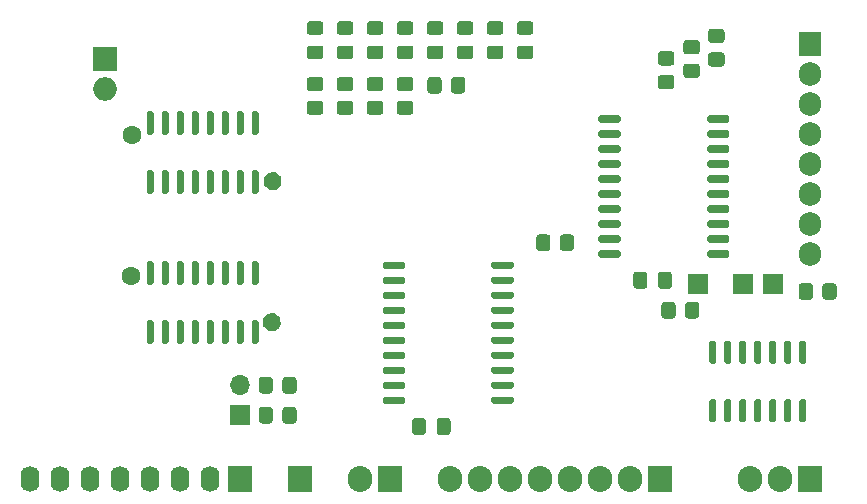
<source format=gbr>
%TF.GenerationSoftware,KiCad,Pcbnew,(5.1.8)-1*%
%TF.CreationDate,2025-01-30T22:58:19+03:00*%
%TF.ProjectId,Reg,5265672e-6b69-4636-9164-5f7063625858,rev?*%
%TF.SameCoordinates,Original*%
%TF.FileFunction,Soldermask,Top*%
%TF.FilePolarity,Negative*%
%FSLAX46Y46*%
G04 Gerber Fmt 4.6, Leading zero omitted, Abs format (unit mm)*
G04 Created by KiCad (PCBNEW (5.1.8)-1) date 2025-01-30 22:58:19*
%MOMM*%
%LPD*%
G01*
G04 APERTURE LIST*
%ADD10O,1.900000X2.000000*%
%ADD11R,1.900000X2.000000*%
%ADD12R,1.700000X1.700000*%
%ADD13C,1.600000*%
%ADD14R,2.100000X2.200000*%
%ADD15O,1.600000X2.200000*%
%ADD16O,2.100000X2.200000*%
%ADD17O,2.000000X2.000000*%
%ADD18R,2.000000X2.000000*%
%ADD19O,1.700000X1.700000*%
G04 APERTURE END LIST*
%TO.C,R1*%
G36*
G01*
X98190000Y-33787501D02*
X98190000Y-32887499D01*
G75*
G02*
X98439999Y-32637500I249999J0D01*
G01*
X99140001Y-32637500D01*
G75*
G02*
X99390000Y-32887499I0J-249999D01*
G01*
X99390000Y-33787501D01*
G75*
G02*
X99140001Y-34037500I-249999J0D01*
G01*
X98439999Y-34037500D01*
G75*
G02*
X98190000Y-33787501I0J249999D01*
G01*
G37*
G36*
G01*
X96190000Y-33787501D02*
X96190000Y-32887499D01*
G75*
G02*
X96439999Y-32637500I249999J0D01*
G01*
X97140001Y-32637500D01*
G75*
G02*
X97390000Y-32887499I0J-249999D01*
G01*
X97390000Y-33787501D01*
G75*
G02*
X97140001Y-34037500I-249999J0D01*
G01*
X96439999Y-34037500D01*
G75*
G02*
X96190000Y-33787501I0J249999D01*
G01*
G37*
%TD*%
%TO.C,C4*%
G36*
G01*
X106495000Y-36987500D02*
X106495000Y-36037500D01*
G75*
G02*
X106745000Y-35787500I250000J0D01*
G01*
X107420000Y-35787500D01*
G75*
G02*
X107670000Y-36037500I0J-250000D01*
G01*
X107670000Y-36987500D01*
G75*
G02*
X107420000Y-37237500I-250000J0D01*
G01*
X106745000Y-37237500D01*
G75*
G02*
X106495000Y-36987500I0J250000D01*
G01*
G37*
G36*
G01*
X104420000Y-36987500D02*
X104420000Y-36037500D01*
G75*
G02*
X104670000Y-35787500I250000J0D01*
G01*
X105345000Y-35787500D01*
G75*
G02*
X105595000Y-36037500I0J-250000D01*
G01*
X105595000Y-36987500D01*
G75*
G02*
X105345000Y-37237500I-250000J0D01*
G01*
X104670000Y-37237500D01*
G75*
G02*
X104420000Y-36987500I0J250000D01*
G01*
G37*
%TD*%
%TO.C,U5*%
G36*
G01*
X103347500Y-34140000D02*
X103347500Y-34440000D01*
G75*
G02*
X103197500Y-34590000I-150000J0D01*
G01*
X101597500Y-34590000D01*
G75*
G02*
X101447500Y-34440000I0J150000D01*
G01*
X101447500Y-34140000D01*
G75*
G02*
X101597500Y-33990000I150000J0D01*
G01*
X103197500Y-33990000D01*
G75*
G02*
X103347500Y-34140000I0J-150000D01*
G01*
G37*
G36*
G01*
X103347500Y-32870000D02*
X103347500Y-33170000D01*
G75*
G02*
X103197500Y-33320000I-150000J0D01*
G01*
X101597500Y-33320000D01*
G75*
G02*
X101447500Y-33170000I0J150000D01*
G01*
X101447500Y-32870000D01*
G75*
G02*
X101597500Y-32720000I150000J0D01*
G01*
X103197500Y-32720000D01*
G75*
G02*
X103347500Y-32870000I0J-150000D01*
G01*
G37*
G36*
G01*
X103347500Y-31600000D02*
X103347500Y-31900000D01*
G75*
G02*
X103197500Y-32050000I-150000J0D01*
G01*
X101597500Y-32050000D01*
G75*
G02*
X101447500Y-31900000I0J150000D01*
G01*
X101447500Y-31600000D01*
G75*
G02*
X101597500Y-31450000I150000J0D01*
G01*
X103197500Y-31450000D01*
G75*
G02*
X103347500Y-31600000I0J-150000D01*
G01*
G37*
G36*
G01*
X103347500Y-30330000D02*
X103347500Y-30630000D01*
G75*
G02*
X103197500Y-30780000I-150000J0D01*
G01*
X101597500Y-30780000D01*
G75*
G02*
X101447500Y-30630000I0J150000D01*
G01*
X101447500Y-30330000D01*
G75*
G02*
X101597500Y-30180000I150000J0D01*
G01*
X103197500Y-30180000D01*
G75*
G02*
X103347500Y-30330000I0J-150000D01*
G01*
G37*
G36*
G01*
X103347500Y-29060000D02*
X103347500Y-29360000D01*
G75*
G02*
X103197500Y-29510000I-150000J0D01*
G01*
X101597500Y-29510000D01*
G75*
G02*
X101447500Y-29360000I0J150000D01*
G01*
X101447500Y-29060000D01*
G75*
G02*
X101597500Y-28910000I150000J0D01*
G01*
X103197500Y-28910000D01*
G75*
G02*
X103347500Y-29060000I0J-150000D01*
G01*
G37*
G36*
G01*
X103347500Y-27790000D02*
X103347500Y-28090000D01*
G75*
G02*
X103197500Y-28240000I-150000J0D01*
G01*
X101597500Y-28240000D01*
G75*
G02*
X101447500Y-28090000I0J150000D01*
G01*
X101447500Y-27790000D01*
G75*
G02*
X101597500Y-27640000I150000J0D01*
G01*
X103197500Y-27640000D01*
G75*
G02*
X103347500Y-27790000I0J-150000D01*
G01*
G37*
G36*
G01*
X103347500Y-26520000D02*
X103347500Y-26820000D01*
G75*
G02*
X103197500Y-26970000I-150000J0D01*
G01*
X101597500Y-26970000D01*
G75*
G02*
X101447500Y-26820000I0J150000D01*
G01*
X101447500Y-26520000D01*
G75*
G02*
X101597500Y-26370000I150000J0D01*
G01*
X103197500Y-26370000D01*
G75*
G02*
X103347500Y-26520000I0J-150000D01*
G01*
G37*
G36*
G01*
X103347500Y-25250000D02*
X103347500Y-25550000D01*
G75*
G02*
X103197500Y-25700000I-150000J0D01*
G01*
X101597500Y-25700000D01*
G75*
G02*
X101447500Y-25550000I0J150000D01*
G01*
X101447500Y-25250000D01*
G75*
G02*
X101597500Y-25100000I150000J0D01*
G01*
X103197500Y-25100000D01*
G75*
G02*
X103347500Y-25250000I0J-150000D01*
G01*
G37*
G36*
G01*
X103347500Y-23980000D02*
X103347500Y-24280000D01*
G75*
G02*
X103197500Y-24430000I-150000J0D01*
G01*
X101597500Y-24430000D01*
G75*
G02*
X101447500Y-24280000I0J150000D01*
G01*
X101447500Y-23980000D01*
G75*
G02*
X101597500Y-23830000I150000J0D01*
G01*
X103197500Y-23830000D01*
G75*
G02*
X103347500Y-23980000I0J-150000D01*
G01*
G37*
G36*
G01*
X103347500Y-22710000D02*
X103347500Y-23010000D01*
G75*
G02*
X103197500Y-23160000I-150000J0D01*
G01*
X101597500Y-23160000D01*
G75*
G02*
X101447500Y-23010000I0J150000D01*
G01*
X101447500Y-22710000D01*
G75*
G02*
X101597500Y-22560000I150000J0D01*
G01*
X103197500Y-22560000D01*
G75*
G02*
X103347500Y-22710000I0J-150000D01*
G01*
G37*
G36*
G01*
X112547500Y-22710000D02*
X112547500Y-23010000D01*
G75*
G02*
X112397500Y-23160000I-150000J0D01*
G01*
X110797500Y-23160000D01*
G75*
G02*
X110647500Y-23010000I0J150000D01*
G01*
X110647500Y-22710000D01*
G75*
G02*
X110797500Y-22560000I150000J0D01*
G01*
X112397500Y-22560000D01*
G75*
G02*
X112547500Y-22710000I0J-150000D01*
G01*
G37*
G36*
G01*
X112547500Y-23980000D02*
X112547500Y-24280000D01*
G75*
G02*
X112397500Y-24430000I-150000J0D01*
G01*
X110797500Y-24430000D01*
G75*
G02*
X110647500Y-24280000I0J150000D01*
G01*
X110647500Y-23980000D01*
G75*
G02*
X110797500Y-23830000I150000J0D01*
G01*
X112397500Y-23830000D01*
G75*
G02*
X112547500Y-23980000I0J-150000D01*
G01*
G37*
G36*
G01*
X112547500Y-25250000D02*
X112547500Y-25550000D01*
G75*
G02*
X112397500Y-25700000I-150000J0D01*
G01*
X110797500Y-25700000D01*
G75*
G02*
X110647500Y-25550000I0J150000D01*
G01*
X110647500Y-25250000D01*
G75*
G02*
X110797500Y-25100000I150000J0D01*
G01*
X112397500Y-25100000D01*
G75*
G02*
X112547500Y-25250000I0J-150000D01*
G01*
G37*
G36*
G01*
X112547500Y-26520000D02*
X112547500Y-26820000D01*
G75*
G02*
X112397500Y-26970000I-150000J0D01*
G01*
X110797500Y-26970000D01*
G75*
G02*
X110647500Y-26820000I0J150000D01*
G01*
X110647500Y-26520000D01*
G75*
G02*
X110797500Y-26370000I150000J0D01*
G01*
X112397500Y-26370000D01*
G75*
G02*
X112547500Y-26520000I0J-150000D01*
G01*
G37*
G36*
G01*
X112547500Y-27790000D02*
X112547500Y-28090000D01*
G75*
G02*
X112397500Y-28240000I-150000J0D01*
G01*
X110797500Y-28240000D01*
G75*
G02*
X110647500Y-28090000I0J150000D01*
G01*
X110647500Y-27790000D01*
G75*
G02*
X110797500Y-27640000I150000J0D01*
G01*
X112397500Y-27640000D01*
G75*
G02*
X112547500Y-27790000I0J-150000D01*
G01*
G37*
G36*
G01*
X112547500Y-29060000D02*
X112547500Y-29360000D01*
G75*
G02*
X112397500Y-29510000I-150000J0D01*
G01*
X110797500Y-29510000D01*
G75*
G02*
X110647500Y-29360000I0J150000D01*
G01*
X110647500Y-29060000D01*
G75*
G02*
X110797500Y-28910000I150000J0D01*
G01*
X112397500Y-28910000D01*
G75*
G02*
X112547500Y-29060000I0J-150000D01*
G01*
G37*
G36*
G01*
X112547500Y-30330000D02*
X112547500Y-30630000D01*
G75*
G02*
X112397500Y-30780000I-150000J0D01*
G01*
X110797500Y-30780000D01*
G75*
G02*
X110647500Y-30630000I0J150000D01*
G01*
X110647500Y-30330000D01*
G75*
G02*
X110797500Y-30180000I150000J0D01*
G01*
X112397500Y-30180000D01*
G75*
G02*
X112547500Y-30330000I0J-150000D01*
G01*
G37*
G36*
G01*
X112547500Y-31600000D02*
X112547500Y-31900000D01*
G75*
G02*
X112397500Y-32050000I-150000J0D01*
G01*
X110797500Y-32050000D01*
G75*
G02*
X110647500Y-31900000I0J150000D01*
G01*
X110647500Y-31600000D01*
G75*
G02*
X110797500Y-31450000I150000J0D01*
G01*
X112397500Y-31450000D01*
G75*
G02*
X112547500Y-31600000I0J-150000D01*
G01*
G37*
G36*
G01*
X112547500Y-32870000D02*
X112547500Y-33170000D01*
G75*
G02*
X112397500Y-33320000I-150000J0D01*
G01*
X110797500Y-33320000D01*
G75*
G02*
X110647500Y-33170000I0J150000D01*
G01*
X110647500Y-32870000D01*
G75*
G02*
X110797500Y-32720000I150000J0D01*
G01*
X112397500Y-32720000D01*
G75*
G02*
X112547500Y-32870000I0J-150000D01*
G01*
G37*
G36*
G01*
X112547500Y-34140000D02*
X112547500Y-34440000D01*
G75*
G02*
X112397500Y-34590000I-150000J0D01*
G01*
X110797500Y-34590000D01*
G75*
G02*
X110647500Y-34440000I0J150000D01*
G01*
X110647500Y-34140000D01*
G75*
G02*
X110797500Y-33990000I150000J0D01*
G01*
X112397500Y-33990000D01*
G75*
G02*
X112547500Y-34140000I0J-150000D01*
G01*
G37*
%TD*%
D10*
%TO.C,J11*%
X119380000Y-34290000D03*
X119380000Y-31750000D03*
X119380000Y-29210000D03*
X119380000Y-26670000D03*
X119380000Y-24130000D03*
X119380000Y-21590000D03*
X119380000Y-19050000D03*
D11*
X119380000Y-16510000D03*
%TD*%
%TO.C,R13*%
G36*
G01*
X108794500Y-39502501D02*
X108794500Y-38602499D01*
G75*
G02*
X109044499Y-38352500I249999J0D01*
G01*
X109744501Y-38352500D01*
G75*
G02*
X109994500Y-38602499I0J-249999D01*
G01*
X109994500Y-39502501D01*
G75*
G02*
X109744501Y-39752500I-249999J0D01*
G01*
X109044499Y-39752500D01*
G75*
G02*
X108794500Y-39502501I0J249999D01*
G01*
G37*
G36*
G01*
X106794500Y-39502501D02*
X106794500Y-38602499D01*
G75*
G02*
X107044499Y-38352500I249999J0D01*
G01*
X107744501Y-38352500D01*
G75*
G02*
X107994500Y-38602499I0J-249999D01*
G01*
X107994500Y-39502501D01*
G75*
G02*
X107744501Y-39752500I-249999J0D01*
G01*
X107044499Y-39752500D01*
G75*
G02*
X106794500Y-39502501I0J249999D01*
G01*
G37*
%TD*%
D12*
%TO.C,J10*%
X113665000Y-36830000D03*
%TD*%
%TO.C,J9*%
X109855000Y-36830000D03*
%TD*%
%TO.C,R12*%
G36*
G01*
X119615000Y-37014999D02*
X119615000Y-37915001D01*
G75*
G02*
X119365001Y-38165000I-249999J0D01*
G01*
X118664999Y-38165000D01*
G75*
G02*
X118415000Y-37915001I0J249999D01*
G01*
X118415000Y-37014999D01*
G75*
G02*
X118664999Y-36765000I249999J0D01*
G01*
X119365001Y-36765000D01*
G75*
G02*
X119615000Y-37014999I0J-249999D01*
G01*
G37*
G36*
G01*
X121615000Y-37014999D02*
X121615000Y-37915001D01*
G75*
G02*
X121365001Y-38165000I-249999J0D01*
G01*
X120664999Y-38165000D01*
G75*
G02*
X120415000Y-37915001I0J249999D01*
G01*
X120415000Y-37014999D01*
G75*
G02*
X120664999Y-36765000I249999J0D01*
G01*
X121365001Y-36765000D01*
G75*
G02*
X121615000Y-37014999I0J-249999D01*
G01*
G37*
%TD*%
%TO.C,J8*%
X116205000Y-36830000D03*
%TD*%
%TO.C,R11*%
G36*
G01*
X74695000Y-45852501D02*
X74695000Y-44952499D01*
G75*
G02*
X74944999Y-44702500I249999J0D01*
G01*
X75645001Y-44702500D01*
G75*
G02*
X75895000Y-44952499I0J-249999D01*
G01*
X75895000Y-45852501D01*
G75*
G02*
X75645001Y-46102500I-249999J0D01*
G01*
X74944999Y-46102500D01*
G75*
G02*
X74695000Y-45852501I0J249999D01*
G01*
G37*
G36*
G01*
X72695000Y-45852501D02*
X72695000Y-44952499D01*
G75*
G02*
X72944999Y-44702500I249999J0D01*
G01*
X73645001Y-44702500D01*
G75*
G02*
X73895000Y-44952499I0J-249999D01*
G01*
X73895000Y-45852501D01*
G75*
G02*
X73645001Y-46102500I-249999J0D01*
G01*
X72944999Y-46102500D01*
G75*
G02*
X72695000Y-45852501I0J249999D01*
G01*
G37*
%TD*%
%TO.C,R10*%
G36*
G01*
X74695000Y-48392501D02*
X74695000Y-47492499D01*
G75*
G02*
X74944999Y-47242500I249999J0D01*
G01*
X75645001Y-47242500D01*
G75*
G02*
X75895000Y-47492499I0J-249999D01*
G01*
X75895000Y-48392501D01*
G75*
G02*
X75645001Y-48642500I-249999J0D01*
G01*
X74944999Y-48642500D01*
G75*
G02*
X74695000Y-48392501I0J249999D01*
G01*
G37*
G36*
G01*
X72695000Y-48392501D02*
X72695000Y-47492499D01*
G75*
G02*
X72944999Y-47242500I249999J0D01*
G01*
X73645001Y-47242500D01*
G75*
G02*
X73895000Y-47492499I0J-249999D01*
G01*
X73895000Y-48392501D01*
G75*
G02*
X73645001Y-48642500I-249999J0D01*
G01*
X72944999Y-48642500D01*
G75*
G02*
X72695000Y-48392501I0J249999D01*
G01*
G37*
%TD*%
%TO.C,C3*%
G36*
G01*
X73039861Y-39810498D02*
X73039861Y-39810498D01*
G75*
G02*
X74047920Y-39296867I760845J-247214D01*
G01*
X74047920Y-39296867D01*
G75*
G02*
X74561551Y-40304926I-247214J-760845D01*
G01*
X74561551Y-40304926D01*
G75*
G02*
X73553492Y-40818557I-760845J247214D01*
G01*
X73553492Y-40818557D01*
G75*
G02*
X73039861Y-39810498I247214J760845D01*
G01*
G37*
D13*
X61912500Y-36195000D03*
%TD*%
%TO.C,C1*%
G36*
G01*
X73103361Y-27872498D02*
X73103361Y-27872498D01*
G75*
G02*
X74111420Y-27358867I760845J-247214D01*
G01*
X74111420Y-27358867D01*
G75*
G02*
X74625051Y-28366926I-247214J-760845D01*
G01*
X74625051Y-28366926D01*
G75*
G02*
X73616992Y-28880557I-760845J247214D01*
G01*
X73616992Y-28880557D01*
G75*
G02*
X73103361Y-27872498I247214J760845D01*
G01*
G37*
X61976000Y-24257000D03*
%TD*%
%TO.C,U4*%
G36*
G01*
X63650000Y-24217500D02*
X63350000Y-24217500D01*
G75*
G02*
X63200000Y-24067500I0J150000D01*
G01*
X63200000Y-22367500D01*
G75*
G02*
X63350000Y-22217500I150000J0D01*
G01*
X63650000Y-22217500D01*
G75*
G02*
X63800000Y-22367500I0J-150000D01*
G01*
X63800000Y-24067500D01*
G75*
G02*
X63650000Y-24217500I-150000J0D01*
G01*
G37*
G36*
G01*
X64920000Y-24217500D02*
X64620000Y-24217500D01*
G75*
G02*
X64470000Y-24067500I0J150000D01*
G01*
X64470000Y-22367500D01*
G75*
G02*
X64620000Y-22217500I150000J0D01*
G01*
X64920000Y-22217500D01*
G75*
G02*
X65070000Y-22367500I0J-150000D01*
G01*
X65070000Y-24067500D01*
G75*
G02*
X64920000Y-24217500I-150000J0D01*
G01*
G37*
G36*
G01*
X66190000Y-24217500D02*
X65890000Y-24217500D01*
G75*
G02*
X65740000Y-24067500I0J150000D01*
G01*
X65740000Y-22367500D01*
G75*
G02*
X65890000Y-22217500I150000J0D01*
G01*
X66190000Y-22217500D01*
G75*
G02*
X66340000Y-22367500I0J-150000D01*
G01*
X66340000Y-24067500D01*
G75*
G02*
X66190000Y-24217500I-150000J0D01*
G01*
G37*
G36*
G01*
X67460000Y-24217500D02*
X67160000Y-24217500D01*
G75*
G02*
X67010000Y-24067500I0J150000D01*
G01*
X67010000Y-22367500D01*
G75*
G02*
X67160000Y-22217500I150000J0D01*
G01*
X67460000Y-22217500D01*
G75*
G02*
X67610000Y-22367500I0J-150000D01*
G01*
X67610000Y-24067500D01*
G75*
G02*
X67460000Y-24217500I-150000J0D01*
G01*
G37*
G36*
G01*
X68730000Y-24217500D02*
X68430000Y-24217500D01*
G75*
G02*
X68280000Y-24067500I0J150000D01*
G01*
X68280000Y-22367500D01*
G75*
G02*
X68430000Y-22217500I150000J0D01*
G01*
X68730000Y-22217500D01*
G75*
G02*
X68880000Y-22367500I0J-150000D01*
G01*
X68880000Y-24067500D01*
G75*
G02*
X68730000Y-24217500I-150000J0D01*
G01*
G37*
G36*
G01*
X70000000Y-24217500D02*
X69700000Y-24217500D01*
G75*
G02*
X69550000Y-24067500I0J150000D01*
G01*
X69550000Y-22367500D01*
G75*
G02*
X69700000Y-22217500I150000J0D01*
G01*
X70000000Y-22217500D01*
G75*
G02*
X70150000Y-22367500I0J-150000D01*
G01*
X70150000Y-24067500D01*
G75*
G02*
X70000000Y-24217500I-150000J0D01*
G01*
G37*
G36*
G01*
X71270000Y-24217500D02*
X70970000Y-24217500D01*
G75*
G02*
X70820000Y-24067500I0J150000D01*
G01*
X70820000Y-22367500D01*
G75*
G02*
X70970000Y-22217500I150000J0D01*
G01*
X71270000Y-22217500D01*
G75*
G02*
X71420000Y-22367500I0J-150000D01*
G01*
X71420000Y-24067500D01*
G75*
G02*
X71270000Y-24217500I-150000J0D01*
G01*
G37*
G36*
G01*
X72540000Y-24217500D02*
X72240000Y-24217500D01*
G75*
G02*
X72090000Y-24067500I0J150000D01*
G01*
X72090000Y-22367500D01*
G75*
G02*
X72240000Y-22217500I150000J0D01*
G01*
X72540000Y-22217500D01*
G75*
G02*
X72690000Y-22367500I0J-150000D01*
G01*
X72690000Y-24067500D01*
G75*
G02*
X72540000Y-24217500I-150000J0D01*
G01*
G37*
G36*
G01*
X72540000Y-29217500D02*
X72240000Y-29217500D01*
G75*
G02*
X72090000Y-29067500I0J150000D01*
G01*
X72090000Y-27367500D01*
G75*
G02*
X72240000Y-27217500I150000J0D01*
G01*
X72540000Y-27217500D01*
G75*
G02*
X72690000Y-27367500I0J-150000D01*
G01*
X72690000Y-29067500D01*
G75*
G02*
X72540000Y-29217500I-150000J0D01*
G01*
G37*
G36*
G01*
X71270000Y-29217500D02*
X70970000Y-29217500D01*
G75*
G02*
X70820000Y-29067500I0J150000D01*
G01*
X70820000Y-27367500D01*
G75*
G02*
X70970000Y-27217500I150000J0D01*
G01*
X71270000Y-27217500D01*
G75*
G02*
X71420000Y-27367500I0J-150000D01*
G01*
X71420000Y-29067500D01*
G75*
G02*
X71270000Y-29217500I-150000J0D01*
G01*
G37*
G36*
G01*
X70000000Y-29217500D02*
X69700000Y-29217500D01*
G75*
G02*
X69550000Y-29067500I0J150000D01*
G01*
X69550000Y-27367500D01*
G75*
G02*
X69700000Y-27217500I150000J0D01*
G01*
X70000000Y-27217500D01*
G75*
G02*
X70150000Y-27367500I0J-150000D01*
G01*
X70150000Y-29067500D01*
G75*
G02*
X70000000Y-29217500I-150000J0D01*
G01*
G37*
G36*
G01*
X68730000Y-29217500D02*
X68430000Y-29217500D01*
G75*
G02*
X68280000Y-29067500I0J150000D01*
G01*
X68280000Y-27367500D01*
G75*
G02*
X68430000Y-27217500I150000J0D01*
G01*
X68730000Y-27217500D01*
G75*
G02*
X68880000Y-27367500I0J-150000D01*
G01*
X68880000Y-29067500D01*
G75*
G02*
X68730000Y-29217500I-150000J0D01*
G01*
G37*
G36*
G01*
X67460000Y-29217500D02*
X67160000Y-29217500D01*
G75*
G02*
X67010000Y-29067500I0J150000D01*
G01*
X67010000Y-27367500D01*
G75*
G02*
X67160000Y-27217500I150000J0D01*
G01*
X67460000Y-27217500D01*
G75*
G02*
X67610000Y-27367500I0J-150000D01*
G01*
X67610000Y-29067500D01*
G75*
G02*
X67460000Y-29217500I-150000J0D01*
G01*
G37*
G36*
G01*
X66190000Y-29217500D02*
X65890000Y-29217500D01*
G75*
G02*
X65740000Y-29067500I0J150000D01*
G01*
X65740000Y-27367500D01*
G75*
G02*
X65890000Y-27217500I150000J0D01*
G01*
X66190000Y-27217500D01*
G75*
G02*
X66340000Y-27367500I0J-150000D01*
G01*
X66340000Y-29067500D01*
G75*
G02*
X66190000Y-29217500I-150000J0D01*
G01*
G37*
G36*
G01*
X64920000Y-29217500D02*
X64620000Y-29217500D01*
G75*
G02*
X64470000Y-29067500I0J150000D01*
G01*
X64470000Y-27367500D01*
G75*
G02*
X64620000Y-27217500I150000J0D01*
G01*
X64920000Y-27217500D01*
G75*
G02*
X65070000Y-27367500I0J-150000D01*
G01*
X65070000Y-29067500D01*
G75*
G02*
X64920000Y-29217500I-150000J0D01*
G01*
G37*
G36*
G01*
X63650000Y-29217500D02*
X63350000Y-29217500D01*
G75*
G02*
X63200000Y-29067500I0J150000D01*
G01*
X63200000Y-27367500D01*
G75*
G02*
X63350000Y-27217500I150000J0D01*
G01*
X63650000Y-27217500D01*
G75*
G02*
X63800000Y-27367500I0J-150000D01*
G01*
X63800000Y-29067500D01*
G75*
G02*
X63650000Y-29217500I-150000J0D01*
G01*
G37*
%TD*%
%TO.C,U1*%
G36*
G01*
X63650000Y-36917500D02*
X63350000Y-36917500D01*
G75*
G02*
X63200000Y-36767500I0J150000D01*
G01*
X63200000Y-35067500D01*
G75*
G02*
X63350000Y-34917500I150000J0D01*
G01*
X63650000Y-34917500D01*
G75*
G02*
X63800000Y-35067500I0J-150000D01*
G01*
X63800000Y-36767500D01*
G75*
G02*
X63650000Y-36917500I-150000J0D01*
G01*
G37*
G36*
G01*
X64920000Y-36917500D02*
X64620000Y-36917500D01*
G75*
G02*
X64470000Y-36767500I0J150000D01*
G01*
X64470000Y-35067500D01*
G75*
G02*
X64620000Y-34917500I150000J0D01*
G01*
X64920000Y-34917500D01*
G75*
G02*
X65070000Y-35067500I0J-150000D01*
G01*
X65070000Y-36767500D01*
G75*
G02*
X64920000Y-36917500I-150000J0D01*
G01*
G37*
G36*
G01*
X66190000Y-36917500D02*
X65890000Y-36917500D01*
G75*
G02*
X65740000Y-36767500I0J150000D01*
G01*
X65740000Y-35067500D01*
G75*
G02*
X65890000Y-34917500I150000J0D01*
G01*
X66190000Y-34917500D01*
G75*
G02*
X66340000Y-35067500I0J-150000D01*
G01*
X66340000Y-36767500D01*
G75*
G02*
X66190000Y-36917500I-150000J0D01*
G01*
G37*
G36*
G01*
X67460000Y-36917500D02*
X67160000Y-36917500D01*
G75*
G02*
X67010000Y-36767500I0J150000D01*
G01*
X67010000Y-35067500D01*
G75*
G02*
X67160000Y-34917500I150000J0D01*
G01*
X67460000Y-34917500D01*
G75*
G02*
X67610000Y-35067500I0J-150000D01*
G01*
X67610000Y-36767500D01*
G75*
G02*
X67460000Y-36917500I-150000J0D01*
G01*
G37*
G36*
G01*
X68730000Y-36917500D02*
X68430000Y-36917500D01*
G75*
G02*
X68280000Y-36767500I0J150000D01*
G01*
X68280000Y-35067500D01*
G75*
G02*
X68430000Y-34917500I150000J0D01*
G01*
X68730000Y-34917500D01*
G75*
G02*
X68880000Y-35067500I0J-150000D01*
G01*
X68880000Y-36767500D01*
G75*
G02*
X68730000Y-36917500I-150000J0D01*
G01*
G37*
G36*
G01*
X70000000Y-36917500D02*
X69700000Y-36917500D01*
G75*
G02*
X69550000Y-36767500I0J150000D01*
G01*
X69550000Y-35067500D01*
G75*
G02*
X69700000Y-34917500I150000J0D01*
G01*
X70000000Y-34917500D01*
G75*
G02*
X70150000Y-35067500I0J-150000D01*
G01*
X70150000Y-36767500D01*
G75*
G02*
X70000000Y-36917500I-150000J0D01*
G01*
G37*
G36*
G01*
X71270000Y-36917500D02*
X70970000Y-36917500D01*
G75*
G02*
X70820000Y-36767500I0J150000D01*
G01*
X70820000Y-35067500D01*
G75*
G02*
X70970000Y-34917500I150000J0D01*
G01*
X71270000Y-34917500D01*
G75*
G02*
X71420000Y-35067500I0J-150000D01*
G01*
X71420000Y-36767500D01*
G75*
G02*
X71270000Y-36917500I-150000J0D01*
G01*
G37*
G36*
G01*
X72540000Y-36917500D02*
X72240000Y-36917500D01*
G75*
G02*
X72090000Y-36767500I0J150000D01*
G01*
X72090000Y-35067500D01*
G75*
G02*
X72240000Y-34917500I150000J0D01*
G01*
X72540000Y-34917500D01*
G75*
G02*
X72690000Y-35067500I0J-150000D01*
G01*
X72690000Y-36767500D01*
G75*
G02*
X72540000Y-36917500I-150000J0D01*
G01*
G37*
G36*
G01*
X72540000Y-41917500D02*
X72240000Y-41917500D01*
G75*
G02*
X72090000Y-41767500I0J150000D01*
G01*
X72090000Y-40067500D01*
G75*
G02*
X72240000Y-39917500I150000J0D01*
G01*
X72540000Y-39917500D01*
G75*
G02*
X72690000Y-40067500I0J-150000D01*
G01*
X72690000Y-41767500D01*
G75*
G02*
X72540000Y-41917500I-150000J0D01*
G01*
G37*
G36*
G01*
X71270000Y-41917500D02*
X70970000Y-41917500D01*
G75*
G02*
X70820000Y-41767500I0J150000D01*
G01*
X70820000Y-40067500D01*
G75*
G02*
X70970000Y-39917500I150000J0D01*
G01*
X71270000Y-39917500D01*
G75*
G02*
X71420000Y-40067500I0J-150000D01*
G01*
X71420000Y-41767500D01*
G75*
G02*
X71270000Y-41917500I-150000J0D01*
G01*
G37*
G36*
G01*
X70000000Y-41917500D02*
X69700000Y-41917500D01*
G75*
G02*
X69550000Y-41767500I0J150000D01*
G01*
X69550000Y-40067500D01*
G75*
G02*
X69700000Y-39917500I150000J0D01*
G01*
X70000000Y-39917500D01*
G75*
G02*
X70150000Y-40067500I0J-150000D01*
G01*
X70150000Y-41767500D01*
G75*
G02*
X70000000Y-41917500I-150000J0D01*
G01*
G37*
G36*
G01*
X68730000Y-41917500D02*
X68430000Y-41917500D01*
G75*
G02*
X68280000Y-41767500I0J150000D01*
G01*
X68280000Y-40067500D01*
G75*
G02*
X68430000Y-39917500I150000J0D01*
G01*
X68730000Y-39917500D01*
G75*
G02*
X68880000Y-40067500I0J-150000D01*
G01*
X68880000Y-41767500D01*
G75*
G02*
X68730000Y-41917500I-150000J0D01*
G01*
G37*
G36*
G01*
X67460000Y-41917500D02*
X67160000Y-41917500D01*
G75*
G02*
X67010000Y-41767500I0J150000D01*
G01*
X67010000Y-40067500D01*
G75*
G02*
X67160000Y-39917500I150000J0D01*
G01*
X67460000Y-39917500D01*
G75*
G02*
X67610000Y-40067500I0J-150000D01*
G01*
X67610000Y-41767500D01*
G75*
G02*
X67460000Y-41917500I-150000J0D01*
G01*
G37*
G36*
G01*
X66190000Y-41917500D02*
X65890000Y-41917500D01*
G75*
G02*
X65740000Y-41767500I0J150000D01*
G01*
X65740000Y-40067500D01*
G75*
G02*
X65890000Y-39917500I150000J0D01*
G01*
X66190000Y-39917500D01*
G75*
G02*
X66340000Y-40067500I0J-150000D01*
G01*
X66340000Y-41767500D01*
G75*
G02*
X66190000Y-41917500I-150000J0D01*
G01*
G37*
G36*
G01*
X64920000Y-41917500D02*
X64620000Y-41917500D01*
G75*
G02*
X64470000Y-41767500I0J150000D01*
G01*
X64470000Y-40067500D01*
G75*
G02*
X64620000Y-39917500I150000J0D01*
G01*
X64920000Y-39917500D01*
G75*
G02*
X65070000Y-40067500I0J-150000D01*
G01*
X65070000Y-41767500D01*
G75*
G02*
X64920000Y-41917500I-150000J0D01*
G01*
G37*
G36*
G01*
X63650000Y-41917500D02*
X63350000Y-41917500D01*
G75*
G02*
X63200000Y-41767500I0J150000D01*
G01*
X63200000Y-40067500D01*
G75*
G02*
X63350000Y-39917500I150000J0D01*
G01*
X63650000Y-39917500D01*
G75*
G02*
X63800000Y-40067500I0J-150000D01*
G01*
X63800000Y-41767500D01*
G75*
G02*
X63650000Y-41917500I-150000J0D01*
G01*
G37*
%TD*%
%TO.C,C2*%
G36*
G01*
X86862500Y-48420000D02*
X86862500Y-49370000D01*
G75*
G02*
X86612500Y-49620000I-250000J0D01*
G01*
X85937500Y-49620000D01*
G75*
G02*
X85687500Y-49370000I0J250000D01*
G01*
X85687500Y-48420000D01*
G75*
G02*
X85937500Y-48170000I250000J0D01*
G01*
X86612500Y-48170000D01*
G75*
G02*
X86862500Y-48420000I0J-250000D01*
G01*
G37*
G36*
G01*
X88937500Y-48420000D02*
X88937500Y-49370000D01*
G75*
G02*
X88687500Y-49620000I-250000J0D01*
G01*
X88012500Y-49620000D01*
G75*
G02*
X87762500Y-49370000I0J250000D01*
G01*
X87762500Y-48420000D01*
G75*
G02*
X88012500Y-48170000I250000J0D01*
G01*
X88687500Y-48170000D01*
G75*
G02*
X88937500Y-48420000I0J-250000D01*
G01*
G37*
%TD*%
%TO.C,R9*%
G36*
G01*
X111892501Y-16427500D02*
X110992499Y-16427500D01*
G75*
G02*
X110742500Y-16177501I0J249999D01*
G01*
X110742500Y-15477499D01*
G75*
G02*
X110992499Y-15227500I249999J0D01*
G01*
X111892501Y-15227500D01*
G75*
G02*
X112142500Y-15477499I0J-249999D01*
G01*
X112142500Y-16177501D01*
G75*
G02*
X111892501Y-16427500I-249999J0D01*
G01*
G37*
G36*
G01*
X111892501Y-18427500D02*
X110992499Y-18427500D01*
G75*
G02*
X110742500Y-18177501I0J249999D01*
G01*
X110742500Y-17477499D01*
G75*
G02*
X110992499Y-17227500I249999J0D01*
G01*
X111892501Y-17227500D01*
G75*
G02*
X112142500Y-17477499I0J-249999D01*
G01*
X112142500Y-18177501D01*
G75*
G02*
X111892501Y-18427500I-249999J0D01*
G01*
G37*
%TD*%
%TO.C,R8*%
G36*
G01*
X109797001Y-17380000D02*
X108896999Y-17380000D01*
G75*
G02*
X108647000Y-17130001I0J249999D01*
G01*
X108647000Y-16429999D01*
G75*
G02*
X108896999Y-16180000I249999J0D01*
G01*
X109797001Y-16180000D01*
G75*
G02*
X110047000Y-16429999I0J-249999D01*
G01*
X110047000Y-17130001D01*
G75*
G02*
X109797001Y-17380000I-249999J0D01*
G01*
G37*
G36*
G01*
X109797001Y-19380000D02*
X108896999Y-19380000D01*
G75*
G02*
X108647000Y-19130001I0J249999D01*
G01*
X108647000Y-18429999D01*
G75*
G02*
X108896999Y-18180000I249999J0D01*
G01*
X109797001Y-18180000D01*
G75*
G02*
X110047000Y-18429999I0J-249999D01*
G01*
X110047000Y-19130001D01*
G75*
G02*
X109797001Y-19380000I-249999J0D01*
G01*
G37*
%TD*%
%TO.C,R7*%
G36*
G01*
X107638001Y-18332500D02*
X106737999Y-18332500D01*
G75*
G02*
X106488000Y-18082501I0J249999D01*
G01*
X106488000Y-17382499D01*
G75*
G02*
X106737999Y-17132500I249999J0D01*
G01*
X107638001Y-17132500D01*
G75*
G02*
X107888000Y-17382499I0J-249999D01*
G01*
X107888000Y-18082501D01*
G75*
G02*
X107638001Y-18332500I-249999J0D01*
G01*
G37*
G36*
G01*
X107638001Y-20332500D02*
X106737999Y-20332500D01*
G75*
G02*
X106488000Y-20082501I0J249999D01*
G01*
X106488000Y-19382499D01*
G75*
G02*
X106737999Y-19132500I249999J0D01*
G01*
X107638001Y-19132500D01*
G75*
G02*
X107888000Y-19382499I0J-249999D01*
G01*
X107888000Y-20082501D01*
G75*
G02*
X107638001Y-20332500I-249999J0D01*
G01*
G37*
%TD*%
%TO.C,R6*%
G36*
G01*
X88182500Y-19552499D02*
X88182500Y-20452501D01*
G75*
G02*
X87932501Y-20702500I-249999J0D01*
G01*
X87232499Y-20702500D01*
G75*
G02*
X86982500Y-20452501I0J249999D01*
G01*
X86982500Y-19552499D01*
G75*
G02*
X87232499Y-19302500I249999J0D01*
G01*
X87932501Y-19302500D01*
G75*
G02*
X88182500Y-19552499I0J-249999D01*
G01*
G37*
G36*
G01*
X90182500Y-19552499D02*
X90182500Y-20452501D01*
G75*
G02*
X89932501Y-20702500I-249999J0D01*
G01*
X89232499Y-20702500D01*
G75*
G02*
X88982500Y-20452501I0J249999D01*
G01*
X88982500Y-19552499D01*
G75*
G02*
X89232499Y-19302500I249999J0D01*
G01*
X89932501Y-19302500D01*
G75*
G02*
X90182500Y-19552499I0J-249999D01*
G01*
G37*
%TD*%
%TO.C,R5*%
G36*
G01*
X85540001Y-20507500D02*
X84639999Y-20507500D01*
G75*
G02*
X84390000Y-20257501I0J249999D01*
G01*
X84390000Y-19557499D01*
G75*
G02*
X84639999Y-19307500I249999J0D01*
G01*
X85540001Y-19307500D01*
G75*
G02*
X85790000Y-19557499I0J-249999D01*
G01*
X85790000Y-20257501D01*
G75*
G02*
X85540001Y-20507500I-249999J0D01*
G01*
G37*
G36*
G01*
X85540001Y-22507500D02*
X84639999Y-22507500D01*
G75*
G02*
X84390000Y-22257501I0J249999D01*
G01*
X84390000Y-21557499D01*
G75*
G02*
X84639999Y-21307500I249999J0D01*
G01*
X85540001Y-21307500D01*
G75*
G02*
X85790000Y-21557499I0J-249999D01*
G01*
X85790000Y-22257501D01*
G75*
G02*
X85540001Y-22507500I-249999J0D01*
G01*
G37*
%TD*%
%TO.C,R4*%
G36*
G01*
X83000001Y-20507500D02*
X82099999Y-20507500D01*
G75*
G02*
X81850000Y-20257501I0J249999D01*
G01*
X81850000Y-19557499D01*
G75*
G02*
X82099999Y-19307500I249999J0D01*
G01*
X83000001Y-19307500D01*
G75*
G02*
X83250000Y-19557499I0J-249999D01*
G01*
X83250000Y-20257501D01*
G75*
G02*
X83000001Y-20507500I-249999J0D01*
G01*
G37*
G36*
G01*
X83000001Y-22507500D02*
X82099999Y-22507500D01*
G75*
G02*
X81850000Y-22257501I0J249999D01*
G01*
X81850000Y-21557499D01*
G75*
G02*
X82099999Y-21307500I249999J0D01*
G01*
X83000001Y-21307500D01*
G75*
G02*
X83250000Y-21557499I0J-249999D01*
G01*
X83250000Y-22257501D01*
G75*
G02*
X83000001Y-22507500I-249999J0D01*
G01*
G37*
%TD*%
%TO.C,R3*%
G36*
G01*
X80460001Y-20507500D02*
X79559999Y-20507500D01*
G75*
G02*
X79310000Y-20257501I0J249999D01*
G01*
X79310000Y-19557499D01*
G75*
G02*
X79559999Y-19307500I249999J0D01*
G01*
X80460001Y-19307500D01*
G75*
G02*
X80710000Y-19557499I0J-249999D01*
G01*
X80710000Y-20257501D01*
G75*
G02*
X80460001Y-20507500I-249999J0D01*
G01*
G37*
G36*
G01*
X80460001Y-22507500D02*
X79559999Y-22507500D01*
G75*
G02*
X79310000Y-22257501I0J249999D01*
G01*
X79310000Y-21557499D01*
G75*
G02*
X79559999Y-21307500I249999J0D01*
G01*
X80460001Y-21307500D01*
G75*
G02*
X80710000Y-21557499I0J-249999D01*
G01*
X80710000Y-22257501D01*
G75*
G02*
X80460001Y-22507500I-249999J0D01*
G01*
G37*
%TD*%
%TO.C,R2*%
G36*
G01*
X77920001Y-20507500D02*
X77019999Y-20507500D01*
G75*
G02*
X76770000Y-20257501I0J249999D01*
G01*
X76770000Y-19557499D01*
G75*
G02*
X77019999Y-19307500I249999J0D01*
G01*
X77920001Y-19307500D01*
G75*
G02*
X78170000Y-19557499I0J-249999D01*
G01*
X78170000Y-20257501D01*
G75*
G02*
X77920001Y-20507500I-249999J0D01*
G01*
G37*
G36*
G01*
X77920001Y-22507500D02*
X77019999Y-22507500D01*
G75*
G02*
X76770000Y-22257501I0J249999D01*
G01*
X76770000Y-21557499D01*
G75*
G02*
X77019999Y-21307500I249999J0D01*
G01*
X77920001Y-21307500D01*
G75*
G02*
X78170000Y-21557499I0J-249999D01*
G01*
X78170000Y-22257501D01*
G75*
G02*
X77920001Y-22507500I-249999J0D01*
G01*
G37*
%TD*%
%TO.C,D8*%
G36*
G01*
X94799999Y-16642500D02*
X95700001Y-16642500D01*
G75*
G02*
X95950000Y-16892499I0J-249999D01*
G01*
X95950000Y-17542501D01*
G75*
G02*
X95700001Y-17792500I-249999J0D01*
G01*
X94799999Y-17792500D01*
G75*
G02*
X94550000Y-17542501I0J249999D01*
G01*
X94550000Y-16892499D01*
G75*
G02*
X94799999Y-16642500I249999J0D01*
G01*
G37*
G36*
G01*
X94799999Y-14592500D02*
X95700001Y-14592500D01*
G75*
G02*
X95950000Y-14842499I0J-249999D01*
G01*
X95950000Y-15492501D01*
G75*
G02*
X95700001Y-15742500I-249999J0D01*
G01*
X94799999Y-15742500D01*
G75*
G02*
X94550000Y-15492501I0J249999D01*
G01*
X94550000Y-14842499D01*
G75*
G02*
X94799999Y-14592500I249999J0D01*
G01*
G37*
%TD*%
%TO.C,D7*%
G36*
G01*
X92259999Y-16642500D02*
X93160001Y-16642500D01*
G75*
G02*
X93410000Y-16892499I0J-249999D01*
G01*
X93410000Y-17542501D01*
G75*
G02*
X93160001Y-17792500I-249999J0D01*
G01*
X92259999Y-17792500D01*
G75*
G02*
X92010000Y-17542501I0J249999D01*
G01*
X92010000Y-16892499D01*
G75*
G02*
X92259999Y-16642500I249999J0D01*
G01*
G37*
G36*
G01*
X92259999Y-14592500D02*
X93160001Y-14592500D01*
G75*
G02*
X93410000Y-14842499I0J-249999D01*
G01*
X93410000Y-15492501D01*
G75*
G02*
X93160001Y-15742500I-249999J0D01*
G01*
X92259999Y-15742500D01*
G75*
G02*
X92010000Y-15492501I0J249999D01*
G01*
X92010000Y-14842499D01*
G75*
G02*
X92259999Y-14592500I249999J0D01*
G01*
G37*
%TD*%
%TO.C,D6*%
G36*
G01*
X89719999Y-16642500D02*
X90620001Y-16642500D01*
G75*
G02*
X90870000Y-16892499I0J-249999D01*
G01*
X90870000Y-17542501D01*
G75*
G02*
X90620001Y-17792500I-249999J0D01*
G01*
X89719999Y-17792500D01*
G75*
G02*
X89470000Y-17542501I0J249999D01*
G01*
X89470000Y-16892499D01*
G75*
G02*
X89719999Y-16642500I249999J0D01*
G01*
G37*
G36*
G01*
X89719999Y-14592500D02*
X90620001Y-14592500D01*
G75*
G02*
X90870000Y-14842499I0J-249999D01*
G01*
X90870000Y-15492501D01*
G75*
G02*
X90620001Y-15742500I-249999J0D01*
G01*
X89719999Y-15742500D01*
G75*
G02*
X89470000Y-15492501I0J249999D01*
G01*
X89470000Y-14842499D01*
G75*
G02*
X89719999Y-14592500I249999J0D01*
G01*
G37*
%TD*%
%TO.C,D5*%
G36*
G01*
X87179999Y-16642500D02*
X88080001Y-16642500D01*
G75*
G02*
X88330000Y-16892499I0J-249999D01*
G01*
X88330000Y-17542501D01*
G75*
G02*
X88080001Y-17792500I-249999J0D01*
G01*
X87179999Y-17792500D01*
G75*
G02*
X86930000Y-17542501I0J249999D01*
G01*
X86930000Y-16892499D01*
G75*
G02*
X87179999Y-16642500I249999J0D01*
G01*
G37*
G36*
G01*
X87179999Y-14592500D02*
X88080001Y-14592500D01*
G75*
G02*
X88330000Y-14842499I0J-249999D01*
G01*
X88330000Y-15492501D01*
G75*
G02*
X88080001Y-15742500I-249999J0D01*
G01*
X87179999Y-15742500D01*
G75*
G02*
X86930000Y-15492501I0J249999D01*
G01*
X86930000Y-14842499D01*
G75*
G02*
X87179999Y-14592500I249999J0D01*
G01*
G37*
%TD*%
%TO.C,D4*%
G36*
G01*
X84639999Y-16642500D02*
X85540001Y-16642500D01*
G75*
G02*
X85790000Y-16892499I0J-249999D01*
G01*
X85790000Y-17542501D01*
G75*
G02*
X85540001Y-17792500I-249999J0D01*
G01*
X84639999Y-17792500D01*
G75*
G02*
X84390000Y-17542501I0J249999D01*
G01*
X84390000Y-16892499D01*
G75*
G02*
X84639999Y-16642500I249999J0D01*
G01*
G37*
G36*
G01*
X84639999Y-14592500D02*
X85540001Y-14592500D01*
G75*
G02*
X85790000Y-14842499I0J-249999D01*
G01*
X85790000Y-15492501D01*
G75*
G02*
X85540001Y-15742500I-249999J0D01*
G01*
X84639999Y-15742500D01*
G75*
G02*
X84390000Y-15492501I0J249999D01*
G01*
X84390000Y-14842499D01*
G75*
G02*
X84639999Y-14592500I249999J0D01*
G01*
G37*
%TD*%
%TO.C,D3*%
G36*
G01*
X82099999Y-16642500D02*
X83000001Y-16642500D01*
G75*
G02*
X83250000Y-16892499I0J-249999D01*
G01*
X83250000Y-17542501D01*
G75*
G02*
X83000001Y-17792500I-249999J0D01*
G01*
X82099999Y-17792500D01*
G75*
G02*
X81850000Y-17542501I0J249999D01*
G01*
X81850000Y-16892499D01*
G75*
G02*
X82099999Y-16642500I249999J0D01*
G01*
G37*
G36*
G01*
X82099999Y-14592500D02*
X83000001Y-14592500D01*
G75*
G02*
X83250000Y-14842499I0J-249999D01*
G01*
X83250000Y-15492501D01*
G75*
G02*
X83000001Y-15742500I-249999J0D01*
G01*
X82099999Y-15742500D01*
G75*
G02*
X81850000Y-15492501I0J249999D01*
G01*
X81850000Y-14842499D01*
G75*
G02*
X82099999Y-14592500I249999J0D01*
G01*
G37*
%TD*%
%TO.C,D2*%
G36*
G01*
X79559999Y-16642500D02*
X80460001Y-16642500D01*
G75*
G02*
X80710000Y-16892499I0J-249999D01*
G01*
X80710000Y-17542501D01*
G75*
G02*
X80460001Y-17792500I-249999J0D01*
G01*
X79559999Y-17792500D01*
G75*
G02*
X79310000Y-17542501I0J249999D01*
G01*
X79310000Y-16892499D01*
G75*
G02*
X79559999Y-16642500I249999J0D01*
G01*
G37*
G36*
G01*
X79559999Y-14592500D02*
X80460001Y-14592500D01*
G75*
G02*
X80710000Y-14842499I0J-249999D01*
G01*
X80710000Y-15492501D01*
G75*
G02*
X80460001Y-15742500I-249999J0D01*
G01*
X79559999Y-15742500D01*
G75*
G02*
X79310000Y-15492501I0J249999D01*
G01*
X79310000Y-14842499D01*
G75*
G02*
X79559999Y-14592500I249999J0D01*
G01*
G37*
%TD*%
%TO.C,D1*%
G36*
G01*
X77019999Y-16642500D02*
X77920001Y-16642500D01*
G75*
G02*
X78170000Y-16892499I0J-249999D01*
G01*
X78170000Y-17542501D01*
G75*
G02*
X77920001Y-17792500I-249999J0D01*
G01*
X77019999Y-17792500D01*
G75*
G02*
X76770000Y-17542501I0J249999D01*
G01*
X76770000Y-16892499D01*
G75*
G02*
X77019999Y-16642500I249999J0D01*
G01*
G37*
G36*
G01*
X77019999Y-14592500D02*
X77920001Y-14592500D01*
G75*
G02*
X78170000Y-14842499I0J-249999D01*
G01*
X78170000Y-15492501D01*
G75*
G02*
X77920001Y-15742500I-249999J0D01*
G01*
X77019999Y-15742500D01*
G75*
G02*
X76770000Y-15492501I0J249999D01*
G01*
X76770000Y-14842499D01*
G75*
G02*
X77019999Y-14592500I249999J0D01*
G01*
G37*
%TD*%
D14*
%TO.C,J1*%
X71120000Y-53340000D03*
D15*
X68580000Y-53340000D03*
X66040000Y-53340000D03*
X63500000Y-53340000D03*
X60960000Y-53340000D03*
X58420000Y-53340000D03*
X55880000Y-53340000D03*
X53340000Y-53340000D03*
%TD*%
D16*
%TO.C,J2*%
X88900000Y-53340000D03*
X91440000Y-53340000D03*
X93980000Y-53340000D03*
X96520000Y-53340000D03*
X99060000Y-53340000D03*
X101600000Y-53340000D03*
X104140000Y-53340000D03*
D14*
X106680000Y-53340000D03*
%TD*%
%TO.C,J3*%
X83820000Y-53340000D03*
D16*
X81280000Y-53340000D03*
%TD*%
%TO.C,U3*%
G36*
G01*
X111275000Y-48535000D02*
X110975000Y-48535000D01*
G75*
G02*
X110825000Y-48385000I0J150000D01*
G01*
X110825000Y-46735000D01*
G75*
G02*
X110975000Y-46585000I150000J0D01*
G01*
X111275000Y-46585000D01*
G75*
G02*
X111425000Y-46735000I0J-150000D01*
G01*
X111425000Y-48385000D01*
G75*
G02*
X111275000Y-48535000I-150000J0D01*
G01*
G37*
G36*
G01*
X112545000Y-48535000D02*
X112245000Y-48535000D01*
G75*
G02*
X112095000Y-48385000I0J150000D01*
G01*
X112095000Y-46735000D01*
G75*
G02*
X112245000Y-46585000I150000J0D01*
G01*
X112545000Y-46585000D01*
G75*
G02*
X112695000Y-46735000I0J-150000D01*
G01*
X112695000Y-48385000D01*
G75*
G02*
X112545000Y-48535000I-150000J0D01*
G01*
G37*
G36*
G01*
X113815000Y-48535000D02*
X113515000Y-48535000D01*
G75*
G02*
X113365000Y-48385000I0J150000D01*
G01*
X113365000Y-46735000D01*
G75*
G02*
X113515000Y-46585000I150000J0D01*
G01*
X113815000Y-46585000D01*
G75*
G02*
X113965000Y-46735000I0J-150000D01*
G01*
X113965000Y-48385000D01*
G75*
G02*
X113815000Y-48535000I-150000J0D01*
G01*
G37*
G36*
G01*
X115085000Y-48535000D02*
X114785000Y-48535000D01*
G75*
G02*
X114635000Y-48385000I0J150000D01*
G01*
X114635000Y-46735000D01*
G75*
G02*
X114785000Y-46585000I150000J0D01*
G01*
X115085000Y-46585000D01*
G75*
G02*
X115235000Y-46735000I0J-150000D01*
G01*
X115235000Y-48385000D01*
G75*
G02*
X115085000Y-48535000I-150000J0D01*
G01*
G37*
G36*
G01*
X116355000Y-48535000D02*
X116055000Y-48535000D01*
G75*
G02*
X115905000Y-48385000I0J150000D01*
G01*
X115905000Y-46735000D01*
G75*
G02*
X116055000Y-46585000I150000J0D01*
G01*
X116355000Y-46585000D01*
G75*
G02*
X116505000Y-46735000I0J-150000D01*
G01*
X116505000Y-48385000D01*
G75*
G02*
X116355000Y-48535000I-150000J0D01*
G01*
G37*
G36*
G01*
X117625000Y-48535000D02*
X117325000Y-48535000D01*
G75*
G02*
X117175000Y-48385000I0J150000D01*
G01*
X117175000Y-46735000D01*
G75*
G02*
X117325000Y-46585000I150000J0D01*
G01*
X117625000Y-46585000D01*
G75*
G02*
X117775000Y-46735000I0J-150000D01*
G01*
X117775000Y-48385000D01*
G75*
G02*
X117625000Y-48535000I-150000J0D01*
G01*
G37*
G36*
G01*
X118895000Y-48535000D02*
X118595000Y-48535000D01*
G75*
G02*
X118445000Y-48385000I0J150000D01*
G01*
X118445000Y-46735000D01*
G75*
G02*
X118595000Y-46585000I150000J0D01*
G01*
X118895000Y-46585000D01*
G75*
G02*
X119045000Y-46735000I0J-150000D01*
G01*
X119045000Y-48385000D01*
G75*
G02*
X118895000Y-48535000I-150000J0D01*
G01*
G37*
G36*
G01*
X118895000Y-43585000D02*
X118595000Y-43585000D01*
G75*
G02*
X118445000Y-43435000I0J150000D01*
G01*
X118445000Y-41785000D01*
G75*
G02*
X118595000Y-41635000I150000J0D01*
G01*
X118895000Y-41635000D01*
G75*
G02*
X119045000Y-41785000I0J-150000D01*
G01*
X119045000Y-43435000D01*
G75*
G02*
X118895000Y-43585000I-150000J0D01*
G01*
G37*
G36*
G01*
X117625000Y-43585000D02*
X117325000Y-43585000D01*
G75*
G02*
X117175000Y-43435000I0J150000D01*
G01*
X117175000Y-41785000D01*
G75*
G02*
X117325000Y-41635000I150000J0D01*
G01*
X117625000Y-41635000D01*
G75*
G02*
X117775000Y-41785000I0J-150000D01*
G01*
X117775000Y-43435000D01*
G75*
G02*
X117625000Y-43585000I-150000J0D01*
G01*
G37*
G36*
G01*
X116355000Y-43585000D02*
X116055000Y-43585000D01*
G75*
G02*
X115905000Y-43435000I0J150000D01*
G01*
X115905000Y-41785000D01*
G75*
G02*
X116055000Y-41635000I150000J0D01*
G01*
X116355000Y-41635000D01*
G75*
G02*
X116505000Y-41785000I0J-150000D01*
G01*
X116505000Y-43435000D01*
G75*
G02*
X116355000Y-43585000I-150000J0D01*
G01*
G37*
G36*
G01*
X115085000Y-43585000D02*
X114785000Y-43585000D01*
G75*
G02*
X114635000Y-43435000I0J150000D01*
G01*
X114635000Y-41785000D01*
G75*
G02*
X114785000Y-41635000I150000J0D01*
G01*
X115085000Y-41635000D01*
G75*
G02*
X115235000Y-41785000I0J-150000D01*
G01*
X115235000Y-43435000D01*
G75*
G02*
X115085000Y-43585000I-150000J0D01*
G01*
G37*
G36*
G01*
X113815000Y-43585000D02*
X113515000Y-43585000D01*
G75*
G02*
X113365000Y-43435000I0J150000D01*
G01*
X113365000Y-41785000D01*
G75*
G02*
X113515000Y-41635000I150000J0D01*
G01*
X113815000Y-41635000D01*
G75*
G02*
X113965000Y-41785000I0J-150000D01*
G01*
X113965000Y-43435000D01*
G75*
G02*
X113815000Y-43585000I-150000J0D01*
G01*
G37*
G36*
G01*
X112545000Y-43585000D02*
X112245000Y-43585000D01*
G75*
G02*
X112095000Y-43435000I0J150000D01*
G01*
X112095000Y-41785000D01*
G75*
G02*
X112245000Y-41635000I150000J0D01*
G01*
X112545000Y-41635000D01*
G75*
G02*
X112695000Y-41785000I0J-150000D01*
G01*
X112695000Y-43435000D01*
G75*
G02*
X112545000Y-43585000I-150000J0D01*
G01*
G37*
G36*
G01*
X111275000Y-43585000D02*
X110975000Y-43585000D01*
G75*
G02*
X110825000Y-43435000I0J150000D01*
G01*
X110825000Y-41785000D01*
G75*
G02*
X110975000Y-41635000I150000J0D01*
G01*
X111275000Y-41635000D01*
G75*
G02*
X111425000Y-41785000I0J-150000D01*
G01*
X111425000Y-43435000D01*
G75*
G02*
X111275000Y-43585000I-150000J0D01*
G01*
G37*
%TD*%
%TO.C,U2*%
G36*
G01*
X83187500Y-35392500D02*
X83187500Y-35092500D01*
G75*
G02*
X83337500Y-34942500I150000J0D01*
G01*
X84937500Y-34942500D01*
G75*
G02*
X85087500Y-35092500I0J-150000D01*
G01*
X85087500Y-35392500D01*
G75*
G02*
X84937500Y-35542500I-150000J0D01*
G01*
X83337500Y-35542500D01*
G75*
G02*
X83187500Y-35392500I0J150000D01*
G01*
G37*
G36*
G01*
X83187500Y-36662500D02*
X83187500Y-36362500D01*
G75*
G02*
X83337500Y-36212500I150000J0D01*
G01*
X84937500Y-36212500D01*
G75*
G02*
X85087500Y-36362500I0J-150000D01*
G01*
X85087500Y-36662500D01*
G75*
G02*
X84937500Y-36812500I-150000J0D01*
G01*
X83337500Y-36812500D01*
G75*
G02*
X83187500Y-36662500I0J150000D01*
G01*
G37*
G36*
G01*
X83187500Y-37932500D02*
X83187500Y-37632500D01*
G75*
G02*
X83337500Y-37482500I150000J0D01*
G01*
X84937500Y-37482500D01*
G75*
G02*
X85087500Y-37632500I0J-150000D01*
G01*
X85087500Y-37932500D01*
G75*
G02*
X84937500Y-38082500I-150000J0D01*
G01*
X83337500Y-38082500D01*
G75*
G02*
X83187500Y-37932500I0J150000D01*
G01*
G37*
G36*
G01*
X83187500Y-39202500D02*
X83187500Y-38902500D01*
G75*
G02*
X83337500Y-38752500I150000J0D01*
G01*
X84937500Y-38752500D01*
G75*
G02*
X85087500Y-38902500I0J-150000D01*
G01*
X85087500Y-39202500D01*
G75*
G02*
X84937500Y-39352500I-150000J0D01*
G01*
X83337500Y-39352500D01*
G75*
G02*
X83187500Y-39202500I0J150000D01*
G01*
G37*
G36*
G01*
X83187500Y-40472500D02*
X83187500Y-40172500D01*
G75*
G02*
X83337500Y-40022500I150000J0D01*
G01*
X84937500Y-40022500D01*
G75*
G02*
X85087500Y-40172500I0J-150000D01*
G01*
X85087500Y-40472500D01*
G75*
G02*
X84937500Y-40622500I-150000J0D01*
G01*
X83337500Y-40622500D01*
G75*
G02*
X83187500Y-40472500I0J150000D01*
G01*
G37*
G36*
G01*
X83187500Y-41742500D02*
X83187500Y-41442500D01*
G75*
G02*
X83337500Y-41292500I150000J0D01*
G01*
X84937500Y-41292500D01*
G75*
G02*
X85087500Y-41442500I0J-150000D01*
G01*
X85087500Y-41742500D01*
G75*
G02*
X84937500Y-41892500I-150000J0D01*
G01*
X83337500Y-41892500D01*
G75*
G02*
X83187500Y-41742500I0J150000D01*
G01*
G37*
G36*
G01*
X83187500Y-43012500D02*
X83187500Y-42712500D01*
G75*
G02*
X83337500Y-42562500I150000J0D01*
G01*
X84937500Y-42562500D01*
G75*
G02*
X85087500Y-42712500I0J-150000D01*
G01*
X85087500Y-43012500D01*
G75*
G02*
X84937500Y-43162500I-150000J0D01*
G01*
X83337500Y-43162500D01*
G75*
G02*
X83187500Y-43012500I0J150000D01*
G01*
G37*
G36*
G01*
X83187500Y-44282500D02*
X83187500Y-43982500D01*
G75*
G02*
X83337500Y-43832500I150000J0D01*
G01*
X84937500Y-43832500D01*
G75*
G02*
X85087500Y-43982500I0J-150000D01*
G01*
X85087500Y-44282500D01*
G75*
G02*
X84937500Y-44432500I-150000J0D01*
G01*
X83337500Y-44432500D01*
G75*
G02*
X83187500Y-44282500I0J150000D01*
G01*
G37*
G36*
G01*
X83187500Y-45552500D02*
X83187500Y-45252500D01*
G75*
G02*
X83337500Y-45102500I150000J0D01*
G01*
X84937500Y-45102500D01*
G75*
G02*
X85087500Y-45252500I0J-150000D01*
G01*
X85087500Y-45552500D01*
G75*
G02*
X84937500Y-45702500I-150000J0D01*
G01*
X83337500Y-45702500D01*
G75*
G02*
X83187500Y-45552500I0J150000D01*
G01*
G37*
G36*
G01*
X83187500Y-46822500D02*
X83187500Y-46522500D01*
G75*
G02*
X83337500Y-46372500I150000J0D01*
G01*
X84937500Y-46372500D01*
G75*
G02*
X85087500Y-46522500I0J-150000D01*
G01*
X85087500Y-46822500D01*
G75*
G02*
X84937500Y-46972500I-150000J0D01*
G01*
X83337500Y-46972500D01*
G75*
G02*
X83187500Y-46822500I0J150000D01*
G01*
G37*
G36*
G01*
X92387500Y-46822500D02*
X92387500Y-46522500D01*
G75*
G02*
X92537500Y-46372500I150000J0D01*
G01*
X94137500Y-46372500D01*
G75*
G02*
X94287500Y-46522500I0J-150000D01*
G01*
X94287500Y-46822500D01*
G75*
G02*
X94137500Y-46972500I-150000J0D01*
G01*
X92537500Y-46972500D01*
G75*
G02*
X92387500Y-46822500I0J150000D01*
G01*
G37*
G36*
G01*
X92387500Y-45552500D02*
X92387500Y-45252500D01*
G75*
G02*
X92537500Y-45102500I150000J0D01*
G01*
X94137500Y-45102500D01*
G75*
G02*
X94287500Y-45252500I0J-150000D01*
G01*
X94287500Y-45552500D01*
G75*
G02*
X94137500Y-45702500I-150000J0D01*
G01*
X92537500Y-45702500D01*
G75*
G02*
X92387500Y-45552500I0J150000D01*
G01*
G37*
G36*
G01*
X92387500Y-44282500D02*
X92387500Y-43982500D01*
G75*
G02*
X92537500Y-43832500I150000J0D01*
G01*
X94137500Y-43832500D01*
G75*
G02*
X94287500Y-43982500I0J-150000D01*
G01*
X94287500Y-44282500D01*
G75*
G02*
X94137500Y-44432500I-150000J0D01*
G01*
X92537500Y-44432500D01*
G75*
G02*
X92387500Y-44282500I0J150000D01*
G01*
G37*
G36*
G01*
X92387500Y-43012500D02*
X92387500Y-42712500D01*
G75*
G02*
X92537500Y-42562500I150000J0D01*
G01*
X94137500Y-42562500D01*
G75*
G02*
X94287500Y-42712500I0J-150000D01*
G01*
X94287500Y-43012500D01*
G75*
G02*
X94137500Y-43162500I-150000J0D01*
G01*
X92537500Y-43162500D01*
G75*
G02*
X92387500Y-43012500I0J150000D01*
G01*
G37*
G36*
G01*
X92387500Y-41742500D02*
X92387500Y-41442500D01*
G75*
G02*
X92537500Y-41292500I150000J0D01*
G01*
X94137500Y-41292500D01*
G75*
G02*
X94287500Y-41442500I0J-150000D01*
G01*
X94287500Y-41742500D01*
G75*
G02*
X94137500Y-41892500I-150000J0D01*
G01*
X92537500Y-41892500D01*
G75*
G02*
X92387500Y-41742500I0J150000D01*
G01*
G37*
G36*
G01*
X92387500Y-40472500D02*
X92387500Y-40172500D01*
G75*
G02*
X92537500Y-40022500I150000J0D01*
G01*
X94137500Y-40022500D01*
G75*
G02*
X94287500Y-40172500I0J-150000D01*
G01*
X94287500Y-40472500D01*
G75*
G02*
X94137500Y-40622500I-150000J0D01*
G01*
X92537500Y-40622500D01*
G75*
G02*
X92387500Y-40472500I0J150000D01*
G01*
G37*
G36*
G01*
X92387500Y-39202500D02*
X92387500Y-38902500D01*
G75*
G02*
X92537500Y-38752500I150000J0D01*
G01*
X94137500Y-38752500D01*
G75*
G02*
X94287500Y-38902500I0J-150000D01*
G01*
X94287500Y-39202500D01*
G75*
G02*
X94137500Y-39352500I-150000J0D01*
G01*
X92537500Y-39352500D01*
G75*
G02*
X92387500Y-39202500I0J150000D01*
G01*
G37*
G36*
G01*
X92387500Y-37932500D02*
X92387500Y-37632500D01*
G75*
G02*
X92537500Y-37482500I150000J0D01*
G01*
X94137500Y-37482500D01*
G75*
G02*
X94287500Y-37632500I0J-150000D01*
G01*
X94287500Y-37932500D01*
G75*
G02*
X94137500Y-38082500I-150000J0D01*
G01*
X92537500Y-38082500D01*
G75*
G02*
X92387500Y-37932500I0J150000D01*
G01*
G37*
G36*
G01*
X92387500Y-36662500D02*
X92387500Y-36362500D01*
G75*
G02*
X92537500Y-36212500I150000J0D01*
G01*
X94137500Y-36212500D01*
G75*
G02*
X94287500Y-36362500I0J-150000D01*
G01*
X94287500Y-36662500D01*
G75*
G02*
X94137500Y-36812500I-150000J0D01*
G01*
X92537500Y-36812500D01*
G75*
G02*
X92387500Y-36662500I0J150000D01*
G01*
G37*
G36*
G01*
X92387500Y-35392500D02*
X92387500Y-35092500D01*
G75*
G02*
X92537500Y-34942500I150000J0D01*
G01*
X94137500Y-34942500D01*
G75*
G02*
X94287500Y-35092500I0J-150000D01*
G01*
X94287500Y-35392500D01*
G75*
G02*
X94137500Y-35542500I-150000J0D01*
G01*
X92537500Y-35542500D01*
G75*
G02*
X92387500Y-35392500I0J150000D01*
G01*
G37*
%TD*%
D14*
%TO.C,J4*%
X119380000Y-53340000D03*
D16*
X116840000Y-53340000D03*
X114300000Y-53340000D03*
%TD*%
D17*
%TO.C,J5*%
X59690000Y-20320000D03*
D18*
X59690000Y-17780000D03*
%TD*%
D12*
%TO.C,J6*%
X71120000Y-47942500D03*
D19*
X71120000Y-45402500D03*
%TD*%
D14*
%TO.C,J7*%
X76200000Y-53340000D03*
%TD*%
M02*

</source>
